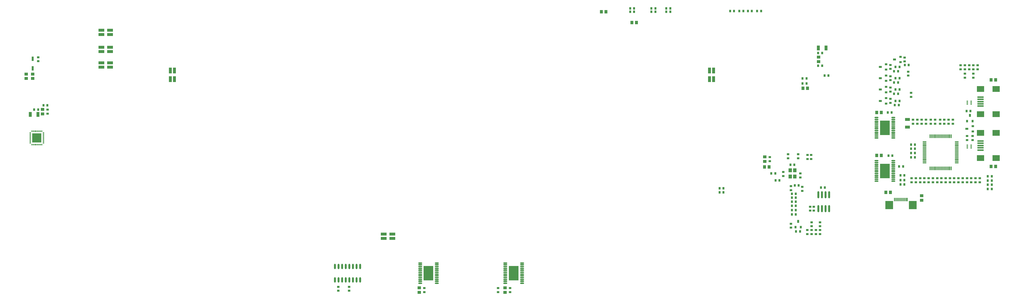
<source format=gtp>
G04 Layer_Color=8421504*
%FSLAX44Y44*%
%MOMM*%
G71*
G01*
G75*
%ADD10R,1.0000X1.3000*%
%ADD11R,0.8000X0.9000*%
%ADD12R,0.9000X0.8000*%
%ADD13R,1.1000X0.6500*%
%ADD14R,0.9000X0.6500*%
%ADD15R,0.6500X1.1000*%
%ADD16R,0.6500X0.9000*%
%ADD17R,1.3000X1.0000*%
%ADD18R,1.7000X1.1000*%
%ADD19R,3.4000X5.2000*%
%ADD20O,1.4000X0.4500*%
%ADD21R,0.5000X0.3000*%
%ADD22O,1.4000X0.3000*%
%ADD23O,0.3000X1.4000*%
%ADD24R,2.2500X0.5000*%
%ADD25R,2.5000X2.0000*%
%ADD26R,2.7000X3.0000*%
%ADD27R,0.3000X1.2000*%
%ADD33R,1.0000X2.0000*%
%ADD34R,1.1000X1.7000*%
%ADD35R,0.5000X0.3000*%
%ADD36R,0.3000X0.5000*%
%ADD37R,3.2000X3.2000*%
%ADD38R,0.8000X1.6000*%
%ADD39R,1.1498X1.3995*%
%ADD40O,0.7000X2.5000*%
%ADD41R,2.0000X1.0000*%
%ADD42O,0.6000X1.9000*%
D10*
X3017000Y1471900D02*
D03*
X3033000D02*
D03*
X3017100Y1320600D02*
D03*
X3033100D02*
D03*
X3419800Y1586900D02*
D03*
X3435800D02*
D03*
X3049500Y1190000D02*
D03*
X3065500D02*
D03*
X3419800Y1281900D02*
D03*
X3435800D02*
D03*
X2638000Y1280000D02*
D03*
X2622000D02*
D03*
X2773000Y1557500D02*
D03*
X2757000D02*
D03*
X2154500Y1790000D02*
D03*
X2170500D02*
D03*
X2063000Y1827500D02*
D03*
X2047000D02*
D03*
D11*
X3109798Y1281900D02*
D03*
X3095798D02*
D03*
X3080602Y1498100D02*
D03*
X3094602D02*
D03*
X3129798Y1639400D02*
D03*
X3115798D02*
D03*
X3097098Y1633100D02*
D03*
X3083098D02*
D03*
X3092098Y1618100D02*
D03*
X3078098D02*
D03*
X3092098Y1578100D02*
D03*
X3078098D02*
D03*
X3097098Y1593100D02*
D03*
X3083098D02*
D03*
X3097098Y1553100D02*
D03*
X3083098D02*
D03*
X3092098Y1538100D02*
D03*
X3078098D02*
D03*
X3097098Y1513100D02*
D03*
X3083098D02*
D03*
X3347298Y1476900D02*
D03*
X3333298D02*
D03*
X3138100Y1314100D02*
D03*
X3152100D02*
D03*
X3138100Y1329100D02*
D03*
X3152100D02*
D03*
X3138100Y1344100D02*
D03*
X3152100D02*
D03*
X3138100Y1359100D02*
D03*
X3152100D02*
D03*
X3408302Y1231900D02*
D03*
X3422302D02*
D03*
X3408302Y1201900D02*
D03*
X3422302D02*
D03*
X3114500Y1233100D02*
D03*
X3100500D02*
D03*
X3114500Y1218100D02*
D03*
X3100500D02*
D03*
X3422302Y1246900D02*
D03*
X3408302D02*
D03*
X3422302Y1216900D02*
D03*
X3408302D02*
D03*
X3055802Y1471900D02*
D03*
X3069802D02*
D03*
X3058302Y1319400D02*
D03*
X3072302D02*
D03*
X3114500Y1250600D02*
D03*
X3100500D02*
D03*
X47998Y1482500D02*
D03*
X61998D02*
D03*
X2577002Y1830000D02*
D03*
X2563002D02*
D03*
X2514502D02*
D03*
X2500502D02*
D03*
X2609498Y1830000D02*
D03*
X2595498D02*
D03*
X2546998D02*
D03*
X2532998D02*
D03*
X2824502Y1682500D02*
D03*
X2810502D02*
D03*
X2824502Y1637500D02*
D03*
X2810502D02*
D03*
X2832998Y1602500D02*
D03*
X2846998D02*
D03*
X2727002Y1287500D02*
D03*
X2713002D02*
D03*
X2645498Y1257500D02*
D03*
X2659498D02*
D03*
X2674502Y1232500D02*
D03*
X2660502D02*
D03*
X2742002Y1215000D02*
D03*
X2728002D02*
D03*
X2820498Y1207500D02*
D03*
X2834498D02*
D03*
X2732002Y1185500D02*
D03*
X2718002D02*
D03*
X2733002Y1052500D02*
D03*
X2747002D02*
D03*
X2732002Y1157500D02*
D03*
X2718002D02*
D03*
X2732002Y1112500D02*
D03*
X2718002D02*
D03*
X2732002Y1127500D02*
D03*
X2718002D02*
D03*
X2732002Y1142500D02*
D03*
X2718002D02*
D03*
X2477002Y1205000D02*
D03*
X2463002D02*
D03*
X2717998Y1172000D02*
D03*
X2731998D02*
D03*
X2237002Y1827500D02*
D03*
X2223002D02*
D03*
X2289502Y1840000D02*
D03*
X2275502D02*
D03*
X2237002D02*
D03*
X2223002D02*
D03*
X2162002D02*
D03*
X2148002D02*
D03*
X2162002Y1827500D02*
D03*
X2148002D02*
D03*
X2289502D02*
D03*
X2275502D02*
D03*
X2755498Y1575000D02*
D03*
X2769498D02*
D03*
X2477002Y1190000D02*
D03*
X2463002D02*
D03*
X94502Y1497500D02*
D03*
X80502D02*
D03*
X2755498Y1592500D02*
D03*
X2769498D02*
D03*
D12*
X3137800Y1527402D02*
D03*
Y1541402D02*
D03*
X3115300Y1666398D02*
D03*
Y1652398D02*
D03*
X3065100Y1640098D02*
D03*
Y1626098D02*
D03*
Y1600098D02*
D03*
Y1586098D02*
D03*
Y1560098D02*
D03*
Y1546098D02*
D03*
Y1520098D02*
D03*
Y1506098D02*
D03*
X3215100Y1226102D02*
D03*
Y1240102D02*
D03*
X3200100Y1226102D02*
D03*
Y1240102D02*
D03*
X3185100Y1226102D02*
D03*
Y1240102D02*
D03*
X3170100Y1226102D02*
D03*
Y1240102D02*
D03*
X3155100Y1226102D02*
D03*
Y1240102D02*
D03*
X3140100Y1226102D02*
D03*
Y1240102D02*
D03*
X3335300Y1388898D02*
D03*
Y1374898D02*
D03*
X3355300Y1374902D02*
D03*
Y1388902D02*
D03*
X3270300Y1446400D02*
D03*
Y1432400D02*
D03*
X3285300Y1446400D02*
D03*
Y1432400D02*
D03*
X3380100Y1226102D02*
D03*
Y1240102D02*
D03*
X3365100Y1226102D02*
D03*
Y1240102D02*
D03*
X3350100Y1226102D02*
D03*
Y1240102D02*
D03*
X3335100Y1226102D02*
D03*
Y1240102D02*
D03*
X3245100Y1226102D02*
D03*
Y1240102D02*
D03*
X3230100Y1226102D02*
D03*
Y1240102D02*
D03*
X3320100Y1226102D02*
D03*
Y1240102D02*
D03*
X3305100Y1226102D02*
D03*
Y1240102D02*
D03*
X3290100Y1226102D02*
D03*
Y1240102D02*
D03*
X3160300Y1446400D02*
D03*
Y1432400D02*
D03*
X3175300Y1446400D02*
D03*
Y1432400D02*
D03*
X3190300Y1446400D02*
D03*
Y1432400D02*
D03*
X3207800Y1446400D02*
D03*
Y1432400D02*
D03*
X3222800Y1446400D02*
D03*
Y1432400D02*
D03*
X3240300Y1446400D02*
D03*
Y1432400D02*
D03*
X3255300Y1446400D02*
D03*
Y1432400D02*
D03*
X3275100Y1226102D02*
D03*
Y1240102D02*
D03*
X3260100Y1226102D02*
D03*
Y1240102D02*
D03*
X3357800Y1594902D02*
D03*
Y1608902D02*
D03*
X3327800Y1594902D02*
D03*
Y1608902D02*
D03*
X3357800Y1638898D02*
D03*
Y1624898D02*
D03*
X3327800Y1638898D02*
D03*
Y1624898D02*
D03*
X3342800Y1624902D02*
D03*
Y1638902D02*
D03*
X3312800Y1624902D02*
D03*
Y1638902D02*
D03*
X3372800Y1624902D02*
D03*
Y1638902D02*
D03*
X3127800Y1602402D02*
D03*
Y1616402D02*
D03*
X3145300Y1432402D02*
D03*
Y1446402D02*
D03*
X95000Y1481998D02*
D03*
Y1467998D02*
D03*
X2705000Y1310498D02*
D03*
Y1324498D02*
D03*
X2740000Y1310498D02*
D03*
Y1324498D02*
D03*
X2786000Y1322002D02*
D03*
Y1308002D02*
D03*
X2773000Y1307998D02*
D03*
Y1321998D02*
D03*
X2747500Y1257002D02*
D03*
Y1243002D02*
D03*
X2687500Y1247998D02*
D03*
Y1261998D02*
D03*
X2640000Y1300498D02*
D03*
Y1314498D02*
D03*
X2715000Y1212000D02*
D03*
Y1198000D02*
D03*
X2755000Y1209502D02*
D03*
Y1195502D02*
D03*
X2795000Y1125498D02*
D03*
Y1139498D02*
D03*
X2782500Y1125498D02*
D03*
Y1139498D02*
D03*
X2715000Y1065502D02*
D03*
Y1079502D02*
D03*
X2772500Y1042998D02*
D03*
Y1056998D02*
D03*
X2787500Y1057002D02*
D03*
Y1043002D02*
D03*
X2802500Y1057002D02*
D03*
Y1043002D02*
D03*
X2817500Y1042998D02*
D03*
Y1056998D02*
D03*
Y1070498D02*
D03*
Y1084498D02*
D03*
X2787500Y1070498D02*
D03*
Y1084498D02*
D03*
X1725000Y852002D02*
D03*
Y838002D02*
D03*
X1682500D02*
D03*
Y852002D02*
D03*
X1422500D02*
D03*
Y838002D02*
D03*
X1120000Y842998D02*
D03*
Y856998D02*
D03*
X1157500Y843002D02*
D03*
Y857002D02*
D03*
X62500Y1667002D02*
D03*
Y1653002D02*
D03*
D13*
X3029725Y1633100D02*
D03*
X3029725Y1593100D02*
D03*
X3029725Y1553100D02*
D03*
Y1513100D02*
D03*
X3334925Y1414400D02*
D03*
X3079925Y1659400D02*
D03*
D14*
X3050475Y1642600D02*
D03*
Y1623600D02*
D03*
X3050475Y1602600D02*
D03*
Y1583600D02*
D03*
X3050475Y1562600D02*
D03*
Y1543600D02*
D03*
Y1522600D02*
D03*
Y1503600D02*
D03*
X3355675Y1423900D02*
D03*
Y1404900D02*
D03*
X3100675Y1668900D02*
D03*
Y1649900D02*
D03*
D15*
X3345300Y1462275D02*
D03*
X2740000Y1087875D02*
D03*
D16*
X3354800Y1441525D02*
D03*
X3335800D02*
D03*
X2749500Y1067125D02*
D03*
X2730500D02*
D03*
D17*
X3175000Y1162000D02*
D03*
Y1178000D02*
D03*
X77500Y1483000D02*
D03*
Y1467000D02*
D03*
X42500Y1592000D02*
D03*
Y1608000D02*
D03*
X20000D02*
D03*
Y1592000D02*
D03*
X2812500Y1652000D02*
D03*
Y1668000D02*
D03*
X1707500Y853000D02*
D03*
Y837000D02*
D03*
X1405000Y853000D02*
D03*
Y837000D02*
D03*
X2622500Y1299500D02*
D03*
Y1315500D02*
D03*
D18*
X3125300Y1447900D02*
D03*
Y1420900D02*
D03*
D19*
X3045900Y1418300D02*
D03*
Y1265900D02*
D03*
X1437500Y905000D02*
D03*
X1737500D02*
D03*
D20*
X3075400Y1382550D02*
D03*
Y1389050D02*
D03*
Y1395550D02*
D03*
Y1402050D02*
D03*
Y1408550D02*
D03*
Y1415050D02*
D03*
Y1421550D02*
D03*
Y1428050D02*
D03*
Y1434550D02*
D03*
Y1441050D02*
D03*
Y1447550D02*
D03*
Y1454050D02*
D03*
X3016400Y1382550D02*
D03*
Y1389050D02*
D03*
Y1395550D02*
D03*
Y1402050D02*
D03*
Y1408550D02*
D03*
Y1415050D02*
D03*
Y1421550D02*
D03*
Y1428050D02*
D03*
Y1434550D02*
D03*
Y1441050D02*
D03*
Y1447550D02*
D03*
Y1454050D02*
D03*
X3075400Y1230150D02*
D03*
Y1236650D02*
D03*
Y1243150D02*
D03*
Y1249650D02*
D03*
Y1256150D02*
D03*
Y1262650D02*
D03*
Y1269150D02*
D03*
Y1275650D02*
D03*
Y1282150D02*
D03*
Y1288650D02*
D03*
Y1295150D02*
D03*
Y1301650D02*
D03*
X3016400Y1230150D02*
D03*
Y1236650D02*
D03*
Y1243150D02*
D03*
Y1249650D02*
D03*
Y1256150D02*
D03*
Y1262650D02*
D03*
Y1269150D02*
D03*
Y1275650D02*
D03*
Y1282150D02*
D03*
Y1288650D02*
D03*
Y1295150D02*
D03*
Y1301650D02*
D03*
X1467000Y869250D02*
D03*
Y875750D02*
D03*
Y882250D02*
D03*
Y888750D02*
D03*
Y895250D02*
D03*
Y901750D02*
D03*
Y908250D02*
D03*
Y914750D02*
D03*
Y921250D02*
D03*
Y927750D02*
D03*
Y934250D02*
D03*
Y940750D02*
D03*
X1408000Y869250D02*
D03*
Y875750D02*
D03*
Y882250D02*
D03*
Y888750D02*
D03*
Y895250D02*
D03*
Y901750D02*
D03*
Y908250D02*
D03*
Y914750D02*
D03*
Y921250D02*
D03*
Y927750D02*
D03*
Y934250D02*
D03*
Y940750D02*
D03*
X1767000Y869250D02*
D03*
Y875750D02*
D03*
Y882250D02*
D03*
Y888750D02*
D03*
Y895250D02*
D03*
Y901750D02*
D03*
Y908250D02*
D03*
Y914750D02*
D03*
Y921250D02*
D03*
Y927750D02*
D03*
Y934250D02*
D03*
Y940750D02*
D03*
X1708000Y869250D02*
D03*
Y875750D02*
D03*
Y882250D02*
D03*
Y888750D02*
D03*
Y895250D02*
D03*
Y901750D02*
D03*
Y908250D02*
D03*
Y914750D02*
D03*
Y921250D02*
D03*
Y927750D02*
D03*
Y934250D02*
D03*
Y940750D02*
D03*
D21*
X3350100Y1351600D02*
D03*
Y1356600D02*
D03*
Y1346600D02*
D03*
X3336100Y1356600D02*
D03*
Y1351600D02*
D03*
Y1346600D02*
D03*
X3350100Y1506600D02*
D03*
Y1511600D02*
D03*
Y1501600D02*
D03*
X3336100Y1511600D02*
D03*
Y1506600D02*
D03*
Y1501600D02*
D03*
D22*
X3185351Y1369101D02*
D03*
Y1364101D02*
D03*
Y1359101D02*
D03*
Y1354101D02*
D03*
Y1349101D02*
D03*
Y1344101D02*
D03*
Y1339101D02*
D03*
Y1334101D02*
D03*
Y1329101D02*
D03*
Y1324101D02*
D03*
Y1319101D02*
D03*
Y1314101D02*
D03*
Y1309101D02*
D03*
Y1304101D02*
D03*
Y1299101D02*
D03*
Y1294101D02*
D03*
X3299351D02*
D03*
Y1299101D02*
D03*
Y1304101D02*
D03*
Y1309101D02*
D03*
Y1314101D02*
D03*
Y1319101D02*
D03*
Y1324101D02*
D03*
Y1329101D02*
D03*
Y1334101D02*
D03*
Y1339101D02*
D03*
Y1344101D02*
D03*
Y1359101D02*
D03*
Y1364101D02*
D03*
Y1369101D02*
D03*
Y1354101D02*
D03*
Y1349101D02*
D03*
D23*
X3204851Y1274601D02*
D03*
X3209851D02*
D03*
X3214851D02*
D03*
X3219851D02*
D03*
X3224851D02*
D03*
X3229851D02*
D03*
X3234851D02*
D03*
X3239851D02*
D03*
X3244851D02*
D03*
X3249851D02*
D03*
X3254851D02*
D03*
X3259851D02*
D03*
X3264851D02*
D03*
X3269851D02*
D03*
X3274851D02*
D03*
X3279851D02*
D03*
Y1388601D02*
D03*
X3274851D02*
D03*
X3269851D02*
D03*
X3264851D02*
D03*
X3259851D02*
D03*
X3254851D02*
D03*
X3249851D02*
D03*
X3244851D02*
D03*
X3239851D02*
D03*
X3234851D02*
D03*
X3229851D02*
D03*
X3224851D02*
D03*
X3219851D02*
D03*
X3214851D02*
D03*
X3209851D02*
D03*
X3204851D02*
D03*
D24*
X3382600Y1371599D02*
D03*
Y1363601D02*
D03*
Y1355600D02*
D03*
Y1347601D02*
D03*
Y1339601D02*
D03*
Y1526599D02*
D03*
Y1518601D02*
D03*
Y1510600D02*
D03*
Y1502601D02*
D03*
Y1494601D02*
D03*
D25*
X3437600Y1400101D02*
D03*
Y1311099D02*
D03*
X3382600Y1400101D02*
D03*
Y1311099D02*
D03*
X3437600Y1555101D02*
D03*
Y1466099D02*
D03*
X3382600Y1555101D02*
D03*
Y1466099D02*
D03*
D26*
X3144300Y1145100D02*
D03*
X3060700D02*
D03*
D27*
X3125000Y1164900D02*
D03*
X3120000D02*
D03*
X3115000D02*
D03*
X3110000D02*
D03*
X3105000D02*
D03*
X3100000D02*
D03*
X3095000D02*
D03*
X3090000D02*
D03*
X3085000D02*
D03*
X3080000D02*
D03*
D33*
X2442500Y1590000D02*
D03*
X2427500D02*
D03*
Y1620000D02*
D03*
X2442500D02*
D03*
X542500Y1590000D02*
D03*
X527500D02*
D03*
Y1620000D02*
D03*
X542500D02*
D03*
D34*
X34000Y1465000D02*
D03*
X61000D02*
D03*
X2838500Y1700000D02*
D03*
X2811500D02*
D03*
D35*
X81000Y1365000D02*
D03*
Y1400000D02*
D03*
Y1395000D02*
D03*
Y1390000D02*
D03*
Y1385000D02*
D03*
Y1380000D02*
D03*
Y1375000D02*
D03*
Y1370000D02*
D03*
X34000Y1400000D02*
D03*
Y1395000D02*
D03*
Y1390000D02*
D03*
Y1385000D02*
D03*
Y1380000D02*
D03*
Y1375000D02*
D03*
Y1370000D02*
D03*
Y1365000D02*
D03*
D36*
X75000Y1406000D02*
D03*
X70000D02*
D03*
X65000D02*
D03*
X60000D02*
D03*
X55000D02*
D03*
X50000D02*
D03*
X45000D02*
D03*
X40000D02*
D03*
Y1359000D02*
D03*
X45000D02*
D03*
X50000D02*
D03*
X55000D02*
D03*
X60000D02*
D03*
X65000D02*
D03*
X70000D02*
D03*
X75000D02*
D03*
D37*
X57500Y1382500D02*
D03*
D38*
X42500Y1628000D02*
D03*
Y1662000D02*
D03*
D39*
X2711999Y1246502D02*
D03*
X2728001D02*
D03*
X2711999Y1268498D02*
D03*
X2728001D02*
D03*
D40*
X2849050Y1182000D02*
D03*
X2836350D02*
D03*
X2823650D02*
D03*
X2810950D02*
D03*
X2849050Y1133000D02*
D03*
X2836350D02*
D03*
X2823650D02*
D03*
X2810950D02*
D03*
D41*
X1280000Y1027500D02*
D03*
Y1042500D02*
D03*
X1310000D02*
D03*
Y1027500D02*
D03*
X285000Y1647500D02*
D03*
Y1632500D02*
D03*
X315000D02*
D03*
Y1647500D02*
D03*
X285000Y1702500D02*
D03*
Y1687500D02*
D03*
X315000D02*
D03*
Y1702500D02*
D03*
X285000Y1762500D02*
D03*
Y1747500D02*
D03*
X315000D02*
D03*
Y1762500D02*
D03*
D42*
X1196950Y928200D02*
D03*
X1184250D02*
D03*
X1171550D02*
D03*
X1158850D02*
D03*
X1146150D02*
D03*
X1133450D02*
D03*
X1120750D02*
D03*
X1108050D02*
D03*
X1196950Y881200D02*
D03*
X1184250D02*
D03*
X1171550D02*
D03*
X1158850D02*
D03*
X1146150D02*
D03*
X1133450D02*
D03*
X1120750D02*
D03*
X1108050D02*
D03*
M02*

</source>
